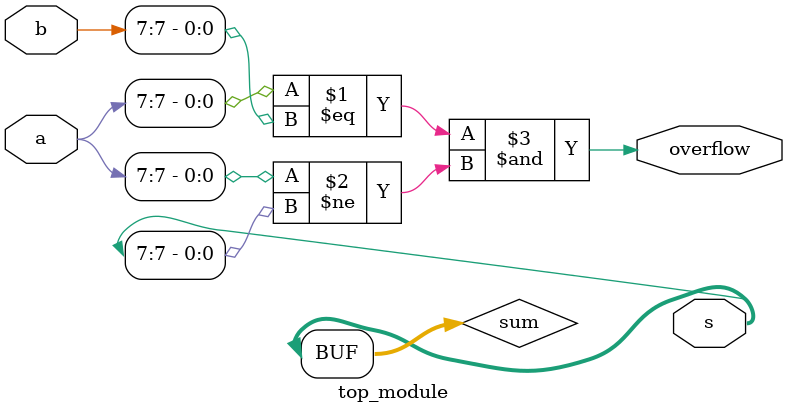
<source format=sv>
module top_module (
	input [7:0] a,
	input [7:0] b,
	output [7:0] s,
	output overflow
);

	wire [7:0] sum;

	assign s = sum[7:0];
	assign overflow = (a[7] == b[7]) & (a[7] != s[7]);

	// adder module
	// ...

endmodule

</source>
